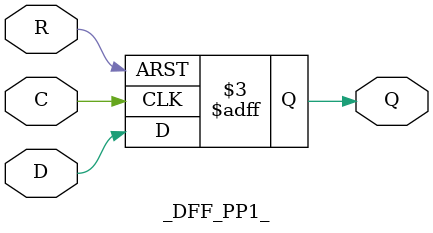
<source format=v>
/*
 *  yosys -- Yosys Open SYnthesis Suite
 *
 *  Copyright (C) 2012  Claire Xenia Wolf <claire@yosyshq.com>
 *
 *  Permission to use, copy, modify, and/or distribute this software for any
 *  purpose with or without fee is hereby granted, provided that the above
 *  copyright notice and this permission notice appear in all copies.
 *
 *  THE SOFTWARE IS PROVIDED "AS IS" AND THE AUTHOR DISCLAIMS ALL WARRANTIES
 *  WITH REGARD TO THIS SOFTWARE INCLUDING ALL IMPLIED WARRANTIES OF
 *  MERCHANTABILITY AND FITNESS. IN NO EVENT SHALL THE AUTHOR BE LIABLE FOR
 *  ANY SPECIAL, DIRECT, INDIRECT, OR CONSEQUENTIAL DAMAGES OR ANY DAMAGES
 *  WHATSOEVER RESULTING FROM LOSS OF USE, DATA OR PROFITS, WHETHER IN AN
 *  ACTION OF CONTRACT, NEGLIGENCE OR OTHER TORTIOUS ACTION, ARISING OUT OF
 *  OR IN CONNECTION WITH THE USE OR PERFORMANCE OF THIS SOFTWARE.
 *
 *  ---
 *
 *  The internal logic cell simulation library.
 *
 *  This Verilog library contains simple simulation models for the internal
 *  logic cells (_NOT_, _AND_, ...) that are generated by the default technology
 *  mapper (see "stdcells.v" in this directory) and expected by the "abc" pass.
 *
 */

module _NOT_(A, Y);
input A;
output Y;
assign Y = ~A;
endmodule

module _AND_(A, B, Y);
input A, B;
output Y;
assign Y = A & B;
endmodule

module _OR_(A, B, Y);
input A, B;
output Y;
assign Y = A | B;
endmodule

module _XOR_(A, B, Y);
input A, B;
output Y;
assign Y = A ^ B;
endmodule

module _MUX_(A, B, S, Y);
input A, B, S;
output reg Y;
always @* begin
	if (S)
		Y = B;
	else
		Y = A;
end
endmodule

module _DFF_N_(D, Q, C);
input D, C;
output reg Q;
always @(negedge C) begin
	Q <= D;
end
endmodule

module _DFF_P_(D, Q, C);
input D, C;
output reg Q;
always @(posedge C) begin
	Q <= D;
end
endmodule

module _DFF_NN0_(D, Q, C, R);
input D, C, R;
output reg Q;
always @(negedge C or negedge R) begin
	if (R == 0)
		Q <= 0;
	else
		Q <= D;
end
endmodule

module _DFF_NN1_(D, Q, C, R);
input D, C, R;
output reg Q;
always @(negedge C or negedge R) begin
	if (R == 0)
		Q <= 1;
	else
		Q <= D;
end
endmodule

module _DFF_NP0_(D, Q, C, R);
input D, C, R;
output reg Q;
always @(negedge C or posedge R) begin
	if (R == 1)
		Q <= 0;
	else
		Q <= D;
end
endmodule

module _DFF_NP1_(D, Q, C, R);
input D, C, R;
output reg Q;
always @(negedge C or posedge R) begin
	if (R == 1)
		Q <= 1;
	else
		Q <= D;
end
endmodule

module _DFF_PN0_(D, Q, C, R);
input D, C, R;
output reg Q;
always @(posedge C or negedge R) begin
	if (R == 0)
		Q <= 0;
	else
		Q <= D;
end
endmodule

module _DFF_PN1_(D, Q, C, R);
input D, C, R;
output reg Q;
always @(posedge C or negedge R) begin
	if (R == 0)
		Q <= 1;
	else
		Q <= D;
end
endmodule

module _DFF_PP0_(D, Q, C, R);
input D, C, R;
output reg Q;
always @(posedge C or posedge R) begin
	if (R == 1)
		Q <= 0;
	else
		Q <= D;
end
endmodule

module _DFF_PP1_(D, Q, C, R);
input D, C, R;
output reg Q;
always @(posedge C or posedge R) begin
	if (R == 1)
		Q <= 1;
	else
		Q <= D;
end
endmodule


</source>
